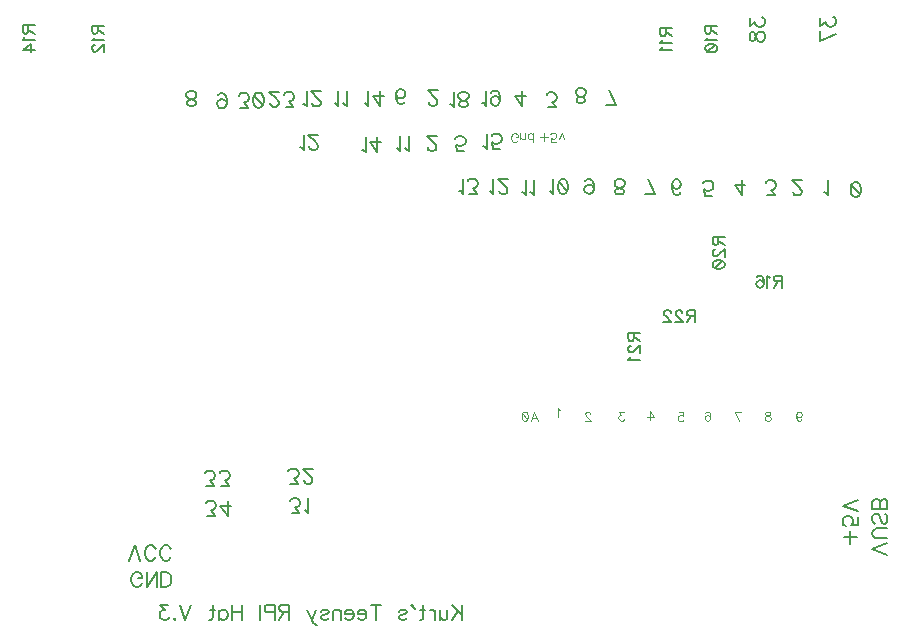
<source format=gbo>
G04 DipTrace 3.0.0.2*
G04 TeensyArbotixProRPIT3.6.gbo*
%MOIN*%
G04 #@! TF.FileFunction,Legend,Bot*
G04 #@! TF.Part,Single*
G04 #@! TA.AperFunction,Conductor*
%ADD20C,0.007*%
%ADD122C,0.006176*%
%ADD123C,0.00772*%
%ADD124C,0.004632*%
%FSLAX26Y26*%
G04*
G70*
G90*
G75*
G01*
G04 BotSilk*
%LPD*%
X3046000Y2412644D2*
D122*
Y2395445D1*
X3044055Y2389697D1*
X3042153Y2387751D1*
X3038351Y2385850D1*
X3034504D1*
X3030702Y2387751D1*
X3028756Y2389697D1*
X3026855Y2395445D1*
Y2412645D1*
X3067047Y2412644D1*
X3046000Y2399247D2*
X3067047Y2385850D1*
X3034548Y2373498D2*
X3032603Y2369652D1*
X3026899Y2363904D1*
X3067047D1*
X3026899Y2340056D2*
X3028800Y2345804D1*
X3034548Y2349651D1*
X3044099Y2351552D1*
X3049847D1*
X3059398Y2349651D1*
X3065146Y2345804D1*
X3067047Y2340056D1*
Y2336254D1*
X3065146Y2330506D1*
X3059398Y2326703D1*
X3049847Y2324758D1*
X3044099D1*
X3034548Y2326703D1*
X3028800Y2330506D1*
X3026899Y2336254D1*
Y2340056D1*
X3034548Y2326703D2*
X3059398Y2349651D1*
X2896000Y2404045D2*
Y2386845D1*
X2894055Y2381097D1*
X2892153Y2379151D1*
X2888351Y2377250D1*
X2884504D1*
X2880702Y2379151D1*
X2878756Y2381097D1*
X2876855Y2386845D1*
Y2404045D1*
X2917047D1*
X2896000Y2390647D2*
X2917047Y2377250D1*
X2884548Y2364899D2*
X2882603Y2361052D1*
X2876899Y2355304D1*
X2917047D1*
X2884548Y2342952D2*
X2882603Y2339106D1*
X2876899Y2333358D1*
X2917047D1*
X1002201Y2412644D2*
Y2395445D1*
X1000255Y2389697D1*
X998354Y2387751D1*
X994551Y2385850D1*
X990705D1*
X986902Y2387751D1*
X984957Y2389697D1*
X983055Y2395445D1*
Y2412645D1*
X1023247Y2412644D1*
X1002201Y2399247D2*
X1023247Y2385850D1*
X990749Y2373498D2*
X988803Y2369652D1*
X983100Y2363904D1*
X1023247D1*
X992650Y2349607D2*
X990749D1*
X986902Y2347706D1*
X985001Y2345804D1*
X983100Y2341958D1*
Y2334308D1*
X985001Y2330506D1*
X986902Y2328604D1*
X990749Y2326659D1*
X994551D1*
X998398Y2328604D1*
X1004102Y2332407D1*
X1023247Y2351552D1*
Y2324758D1*
X771000Y2413595D2*
Y2396395D1*
X769055Y2390647D1*
X767153Y2388702D1*
X763351Y2386800D1*
X759504D1*
X755702Y2388702D1*
X753756Y2390647D1*
X751855Y2396395D1*
Y2413595D1*
X792047D1*
X771000Y2400198D2*
X792047Y2386800D1*
X759548Y2374449D2*
X757603Y2370602D1*
X751899Y2364854D1*
X792047D1*
Y2333358D2*
X751899D1*
X778650Y2352503D1*
X778649Y2323807D1*
X3282932Y1560398D2*
X3265732D1*
X3259984Y1562344D1*
X3258038Y1564245D1*
X3256137Y1568047D1*
Y1571894D1*
X3258038Y1575697D1*
X3259984Y1577642D1*
X3265732Y1579543D1*
X3282932D1*
Y1539351D1*
X3269534Y1560398D2*
X3256137Y1539351D1*
X3243785Y1571850D2*
X3239939Y1573795D1*
X3234191Y1579499D1*
Y1539351D1*
X3198891Y1573795D2*
X3200793Y1577598D1*
X3206541Y1579499D1*
X3210343D1*
X3216091Y1577598D1*
X3219938Y1571850D1*
X3221839Y1562299D1*
Y1552749D1*
X3219938Y1545100D1*
X3216091Y1541253D1*
X3210343Y1539351D1*
X3208442D1*
X3202738Y1541253D1*
X3198891Y1545100D1*
X3196990Y1550848D1*
Y1552749D1*
X3198891Y1558497D1*
X3202738Y1562299D1*
X3208442Y1564201D1*
X3210343D1*
X3216091Y1562299D1*
X3219938Y1558497D1*
X3221839Y1552749D1*
X3071000Y1708646D2*
Y1691446D1*
X3069055Y1685698D1*
X3067153Y1683753D1*
X3063351Y1681851D1*
X3059504D1*
X3055702Y1683753D1*
X3053756Y1685698D1*
X3051855Y1691446D1*
Y1708646D1*
X3092047D1*
X3071000Y1695249D2*
X3092047Y1681851D1*
X3061450Y1667554D2*
X3059548D1*
X3055702Y1665653D1*
X3053800Y1663752D1*
X3051899Y1659905D1*
Y1652256D1*
X3053800Y1648453D1*
X3055702Y1646552D1*
X3059548Y1644607D1*
X3063351D1*
X3067198Y1646552D1*
X3072902Y1650355D1*
X3092047Y1669500D1*
Y1642705D1*
X3051899Y1618858D2*
X3053800Y1624606D1*
X3059548Y1628453D1*
X3069099Y1630354D1*
X3074847D1*
X3084398Y1628453D1*
X3090146Y1624606D1*
X3092047Y1618858D1*
Y1615055D1*
X3090146Y1609307D1*
X3084398Y1605505D1*
X3074847Y1603559D1*
X3069099D1*
X3059548Y1605505D1*
X3053800Y1609307D1*
X3051899Y1615055D1*
Y1618858D1*
X3059548Y1605505D2*
X3084398Y1628453D1*
X2789008Y1387743D2*
Y1370543D1*
X2787063Y1364795D1*
X2785161Y1362850D1*
X2781359Y1360948D1*
X2777512D1*
X2773710Y1362850D1*
X2771764Y1364795D1*
X2769863Y1370543D1*
Y1387743D1*
X2810055D1*
X2789008Y1374346D2*
X2810055Y1360948D1*
X2779458Y1346651D2*
X2777556D1*
X2773710Y1344750D1*
X2771808Y1342849D1*
X2769907Y1339002D1*
Y1331353D1*
X2771808Y1327550D1*
X2773710Y1325649D1*
X2777556Y1323704D1*
X2781359D1*
X2785206Y1325649D1*
X2790909Y1329452D1*
X2810055Y1348597D1*
Y1321802D1*
X2777556Y1309451D2*
X2775611Y1305604D1*
X2769907Y1299856D1*
X2810055D1*
X2992504Y1446225D2*
X2975304D1*
X2969556Y1448170D1*
X2967611Y1450071D1*
X2965710Y1453874D1*
Y1457721D1*
X2967611Y1461523D1*
X2969556Y1463469D1*
X2975304Y1465370D1*
X2992504D1*
Y1425178D1*
X2979107Y1446225D2*
X2965710Y1425178D1*
X2951413Y1455775D2*
Y1457676D1*
X2949511Y1461523D1*
X2947610Y1463425D1*
X2943763Y1465326D1*
X2936114D1*
X2932312Y1463425D1*
X2930410Y1461523D1*
X2928465Y1457676D1*
Y1453874D1*
X2930410Y1450027D1*
X2934213Y1444323D1*
X2953358Y1425178D1*
X2926564D1*
X2912267Y1455775D2*
Y1457676D1*
X2910365Y1461523D1*
X2908464Y1463425D1*
X2904617Y1465326D1*
X2896968D1*
X2893165Y1463425D1*
X2891264Y1461523D1*
X2889319Y1457676D1*
Y1453874D1*
X2891264Y1450027D1*
X2895067Y1444323D1*
X2914212Y1425178D1*
X2887417D1*
X2215517Y483257D2*
D20*
Y433017D1*
X2182023Y483257D2*
X2215517Y449764D1*
X2203578Y461757D2*
X2182023Y433017D1*
X2168023Y466510D2*
Y442579D1*
X2165647Y435449D1*
X2160838Y433017D1*
X2153653D1*
X2148900Y435449D1*
X2141715Y442579D1*
Y466510D2*
Y433017D1*
X2127715Y466510D2*
Y433017D1*
Y452140D2*
X2125283Y459325D1*
X2120530Y464134D1*
X2115722Y466510D1*
X2108537D1*
X2087351Y483257D2*
Y442579D1*
X2084975Y435449D1*
X2080166Y433017D1*
X2075413D1*
X2094537Y466510D2*
X2077790D1*
X2049420Y483202D2*
X2061413Y468832D1*
X2047043Y480825D1*
X2049420Y483202D1*
X2006735Y459325D2*
X2009111Y464134D1*
X2016296Y466510D1*
X2023482D1*
X2030667Y464134D1*
X2033043Y459325D1*
X2030667Y454572D1*
X2025858Y452140D1*
X2013920Y449764D1*
X2009111Y447387D1*
X2006735Y442579D1*
Y440202D1*
X2009111Y435449D1*
X2016296Y433017D1*
X2023482D1*
X2030667Y435449D1*
X2033043Y440202D1*
X1928826Y483257D2*
Y433017D1*
X1945573Y483257D2*
X1912080D1*
X1898080Y452140D2*
X1869395D1*
Y456949D1*
X1871772Y461757D1*
X1874148Y464134D1*
X1878957Y466510D1*
X1886142D1*
X1890895Y464134D1*
X1895703Y459325D1*
X1898080Y452140D1*
Y447387D1*
X1895703Y440202D1*
X1890895Y435449D1*
X1886142Y433017D1*
X1878957D1*
X1874148Y435449D1*
X1869395Y440202D1*
X1855395Y452140D2*
X1826710D1*
Y456949D1*
X1829087Y461757D1*
X1831463Y464134D1*
X1836272Y466510D1*
X1843457D1*
X1848210Y464134D1*
X1853018Y459325D1*
X1855395Y452140D1*
Y447387D1*
X1853018Y440202D1*
X1848210Y435449D1*
X1843457Y433017D1*
X1836272D1*
X1831463Y435449D1*
X1826710Y440202D1*
X1812710Y466510D2*
Y433017D1*
Y456949D2*
X1805525Y464134D1*
X1800717Y466510D1*
X1793587D1*
X1788778Y464134D1*
X1786402Y456949D1*
Y433017D1*
X1746093Y459325D2*
X1748470Y464134D1*
X1755655Y466510D1*
X1762840D1*
X1770025Y464134D1*
X1772402Y459325D1*
X1770025Y454572D1*
X1765217Y452140D1*
X1753278Y449764D1*
X1748470Y447387D1*
X1746093Y442579D1*
Y440202D1*
X1748470Y435449D1*
X1755655Y433017D1*
X1762840D1*
X1770025Y435449D1*
X1772402Y440202D1*
X1729662Y466510D2*
X1715347Y433017D1*
X1720100Y423455D1*
X1724908Y418647D1*
X1729662Y416270D1*
X1732093D1*
X1700977Y466510D2*
X1715347Y433017D1*
X1639815Y459325D2*
X1618315D1*
X1611130Y461757D1*
X1608698Y464134D1*
X1606322Y468887D1*
Y473695D1*
X1608698Y478449D1*
X1611130Y480880D1*
X1618315Y483257D1*
X1639815D1*
Y433017D1*
X1623068Y459325D2*
X1606322Y433017D1*
X1592322Y456949D2*
X1570767D1*
X1563637Y459325D1*
X1561205Y461757D1*
X1558828Y466510D1*
Y473695D1*
X1561205Y478449D1*
X1563637Y480880D1*
X1570767Y483257D1*
X1592322D1*
Y433017D1*
X1544828Y483257D2*
Y433017D1*
X1483667Y483257D2*
Y433017D1*
X1450173Y483257D2*
Y433017D1*
X1483667Y459325D2*
X1450173D1*
X1407488Y466510D2*
Y433017D1*
Y459325D2*
X1412242Y464134D1*
X1417050Y466510D1*
X1424180D1*
X1428988Y464134D1*
X1433741Y459325D1*
X1436173Y452140D1*
Y447387D1*
X1433741Y440202D1*
X1428988Y435449D1*
X1424180Y433017D1*
X1417050D1*
X1412242Y435449D1*
X1407488Y440202D1*
X1386303Y483257D2*
Y442579D1*
X1383927Y435449D1*
X1379118Y433017D1*
X1374365D1*
X1393488Y466510D2*
X1376742D1*
X1313203Y483257D2*
X1294080Y433017D1*
X1274957Y483257D1*
X1258580Y437825D2*
X1260957Y435394D1*
X1258580Y433017D1*
X1256148Y435394D1*
X1258580Y437825D1*
X1237340Y483202D2*
X1211087D1*
X1225402Y464078D1*
X1218217D1*
X1213464Y461702D1*
X1211087Y459325D1*
X1208655Y452140D1*
Y447387D1*
X1211087Y440202D1*
X1215840Y435394D1*
X1223025Y433017D1*
X1230210D1*
X1237340Y435394D1*
X1239717Y437825D1*
X1242148Y442579D1*
X2543520Y1131960D2*
D124*
X2540635Y1133419D1*
X2536324Y1137697D1*
Y1107587D1*
X2643961Y1119034D2*
Y1120460D1*
X2642535Y1123345D1*
X2641109Y1124771D1*
X2638224Y1126197D1*
X2632487D1*
X2629635Y1124771D1*
X2628209Y1123345D1*
X2626750Y1120460D1*
Y1117608D1*
X2628209Y1114723D1*
X2631061Y1110446D1*
X2645420Y1096087D1*
X2625324D1*
X2755035Y1126197D2*
X2739283D1*
X2747872Y1114723D1*
X2743561D1*
X2740709Y1113297D1*
X2739283Y1111871D1*
X2737824Y1107560D1*
Y1104709D1*
X2739283Y1100398D1*
X2742135Y1097512D1*
X2746446Y1096087D1*
X2750757D1*
X2755035Y1097512D1*
X2756461Y1098972D1*
X2757920Y1101823D1*
X3026938Y1121919D2*
X3028364Y1124771D1*
X3032675Y1126197D1*
X3035526D1*
X3039838Y1124771D1*
X3042723Y1120460D1*
X3044149Y1113297D1*
Y1106135D1*
X3042723Y1100398D1*
X3039838Y1097512D1*
X3035526Y1096087D1*
X3034101D1*
X3029823Y1097512D1*
X3026938Y1100398D1*
X3025512Y1104709D1*
Y1106135D1*
X3026938Y1110446D1*
X3029823Y1113297D1*
X3034101Y1114723D1*
X3035526D1*
X3039838Y1113297D1*
X3042723Y1110446D1*
X3044149Y1106135D1*
X3139871Y1096087D2*
X3125512Y1126197D1*
X3145608D1*
X3238412D2*
X3242689Y1124771D1*
X3244149Y1121919D1*
Y1119034D1*
X3242689Y1116183D1*
X3239838Y1114723D1*
X3234101Y1113297D1*
X3229789Y1111871D1*
X3226938Y1108986D1*
X3225512Y1106135D1*
Y1101823D1*
X3226938Y1098972D1*
X3228364Y1097512D1*
X3232675Y1096087D1*
X3238412D1*
X3242689Y1097512D1*
X3244149Y1098972D1*
X3245574Y1101823D1*
Y1106135D1*
X3244149Y1108986D1*
X3241263Y1111871D1*
X3236986Y1113297D1*
X3231249Y1114723D1*
X3228364Y1116183D1*
X3226938Y1119034D1*
Y1121919D1*
X3228364Y1124771D1*
X3232675Y1126197D1*
X3238412D1*
X3330512Y1116183D2*
X3331971Y1111871D1*
X3334823Y1108986D1*
X3339134Y1107560D1*
X3340560D1*
X3344871Y1108986D1*
X3347723Y1111871D1*
X3349182Y1116183D1*
Y1117608D1*
X3347723Y1121919D1*
X3344871Y1124771D1*
X3340560Y1126197D1*
X3339134D1*
X3334823Y1124771D1*
X3331971Y1121919D1*
X3330512Y1116183D1*
Y1108986D1*
X3331971Y1101823D1*
X3334823Y1097512D1*
X3339134Y1096087D1*
X3341986D1*
X3346297Y1097512D1*
X3347723Y1100398D1*
X2445184Y1096087D2*
X2456691Y1126231D1*
X2468165Y1096087D1*
X2463854Y1106135D2*
X2449495D1*
X2427298Y1126197D2*
X2431609Y1124771D1*
X2434494Y1120460D1*
X2435920Y1113297D1*
Y1108986D1*
X2434494Y1101823D1*
X2431609Y1097512D1*
X2427298Y1096087D1*
X2424446D1*
X2420135Y1097512D1*
X2417283Y1101823D1*
X2415824Y1108986D1*
Y1113297D1*
X2417283Y1120460D1*
X2420135Y1124771D1*
X2424446Y1126197D1*
X2427298D1*
X2417283Y1120460D2*
X2434494Y1101823D1*
X2841732Y1099453D2*
Y1129563D1*
X2856091Y1109501D1*
X2834569D1*
X2938828Y1124838D2*
X2953154D1*
X2954580Y1111938D1*
X2953154Y1113364D1*
X2948843Y1114823D1*
X2944565D1*
X2940254Y1113364D1*
X2937369Y1110512D1*
X2935943Y1106201D1*
Y1103349D1*
X2937369Y1099038D1*
X2940254Y1096153D1*
X2944565Y1094727D1*
X2948843D1*
X2953154Y1096153D1*
X2954580Y1097612D1*
X2956039Y1100464D1*
X3424359Y1857487D2*
D123*
X3429168Y1855055D1*
X3436353Y1847925D1*
Y1898110D1*
X3319516Y1859572D2*
Y1857195D1*
X3321892Y1852387D1*
X3324269Y1850010D1*
X3329077Y1847634D1*
X3338639D1*
X3343392Y1850010D1*
X3345769Y1852387D1*
X3348201Y1857195D1*
Y1861948D1*
X3345769Y1866757D1*
X3341016Y1873887D1*
X3317084Y1897818D1*
X3350577D1*
X3233828Y1847634D2*
X3260081D1*
X3245766Y1866757D1*
X3252951D1*
X3257705Y1869133D1*
X3260081Y1871510D1*
X3262513Y1878695D1*
Y1883448D1*
X3260081Y1890633D1*
X3255328Y1895442D1*
X3248143Y1897818D1*
X3240958D1*
X3233828Y1895442D1*
X3231452Y1893010D1*
X3229020Y1888257D1*
X2944529Y1857346D2*
X2942152Y1852593D1*
X2934967Y1850216D1*
X2930214D1*
X2923029Y1852593D1*
X2918220Y1859778D1*
X2915844Y1871716D1*
Y1883654D1*
X2918221Y1893216D1*
X2923029Y1898024D1*
X2930214Y1900401D1*
X2932591D1*
X2939720Y1898024D1*
X2944529Y1893216D1*
X2946905Y1886031D1*
Y1883654D1*
X2944529Y1876469D1*
X2939720Y1871716D1*
X2932591Y1869340D1*
X2930214D1*
X2923029Y1871716D1*
X2918221Y1876469D1*
X2915844Y1883654D1*
X2835028Y1902551D2*
X2858959Y1852366D1*
X2825466D1*
X2737253Y1851075D2*
X2730124Y1853451D1*
X2727692Y1858204D1*
Y1863013D1*
X2730124Y1867766D1*
X2734877Y1870198D1*
X2744438Y1872574D1*
X2751623Y1874951D1*
X2756377Y1879759D1*
X2758753Y1884513D1*
Y1891698D1*
X2756377Y1896451D1*
X2754000Y1898883D1*
X2746815Y1901259D1*
X2737253D1*
X2730124Y1898883D1*
X2727692Y1896451D1*
X2725315Y1891698D1*
Y1884513D1*
X2727692Y1879759D1*
X2732500Y1874951D1*
X2739630Y1872574D1*
X2749192Y1870198D1*
X2754000Y1867766D1*
X2756377Y1863013D1*
Y1858204D1*
X2754000Y1853451D1*
X2746815Y1851075D1*
X2737253D1*
X2655471Y1869057D2*
X2653039Y1876242D1*
X2648286Y1881051D1*
X2641101Y1883427D1*
X2638724D1*
X2631539Y1881051D1*
X2626786Y1876242D1*
X2624354Y1869057D1*
Y1866681D1*
X2626786Y1859496D1*
X2631539Y1854743D1*
X2638724Y1852366D1*
X2641101D1*
X2648286Y1854742D1*
X2653039Y1859496D1*
X2655471Y1869057D1*
Y1881051D1*
X2653039Y1892989D1*
X2648286Y1900174D1*
X2641101Y1902551D1*
X2636348D1*
X2629163Y1900174D1*
X2626786Y1895366D1*
X3149134Y1897312D2*
Y1847127D1*
X3125202Y1880565D1*
X3161072D1*
X3049067Y1846274D2*
X3025190D1*
X3022814Y1867774D1*
X3025190Y1865397D1*
X3032375Y1862965D1*
X3039505D1*
X3046690Y1865397D1*
X3051499Y1870150D1*
X3053875Y1877335D1*
Y1882089D1*
X3051499Y1889274D1*
X3046690Y1894082D1*
X3039505Y1896459D1*
X3032375D1*
X3025190Y1894082D1*
X3022814Y1891650D1*
X3020382Y1886897D1*
X3526358Y1841235D2*
X3519173Y1843611D1*
X3514365Y1850796D1*
X3511988Y1862735D1*
Y1869920D1*
X3514365Y1881858D1*
X3519173Y1889043D1*
X3526358Y1891419D1*
X3531111D1*
X3538296Y1889043D1*
X3543050Y1881858D1*
X3545481Y1869920D1*
Y1862734D1*
X3543050Y1850796D1*
X3538296Y1843611D1*
X3531111Y1841235D1*
X3526358D1*
X3543050Y1850796D2*
X3514365Y1881858D1*
X2508399Y1861080D2*
X2513208Y1858648D1*
X2520393Y1851518D1*
Y1901703D1*
X2550202Y1851518D2*
X2543017Y1853895D1*
X2538209Y1861080D1*
X2535832Y1873018D1*
Y1880203D1*
X2538209Y1892141D1*
X2543017Y1899326D1*
X2550202Y1901703D1*
X2554955D1*
X2562140Y1899326D1*
X2566893Y1892141D1*
X2569325Y1880203D1*
Y1873018D1*
X2566893Y1861080D1*
X2562140Y1853895D1*
X2554955Y1851518D1*
X2550202D1*
X2566893Y1861080D2*
X2538209Y1892141D1*
X2416826Y1857514D2*
X2421634Y1855082D1*
X2428819Y1847953D1*
Y1898137D1*
X2444258Y1857514D2*
X2449067Y1855082D1*
X2456252Y1847952D1*
Y1898137D1*
X2309469Y1860823D2*
X2314277Y1858391D1*
X2321462Y1851261D1*
Y1901446D1*
X2339333Y1863199D2*
Y1860823D1*
X2341710Y1856014D1*
X2344087Y1853638D1*
X2348895Y1851261D1*
X2358457D1*
X2363210Y1853637D1*
X2365586Y1856014D1*
X2368018Y1860823D1*
Y1865576D1*
X2365586Y1870384D1*
X2360833Y1877514D1*
X2336902Y1901446D1*
X2370395D1*
X2207529Y1862680D2*
X2212338Y1860248D1*
X2219523Y1853118D1*
Y1903303D1*
X2239770Y1853118D2*
X2266023D1*
X2251709Y1872241D1*
X2258894D1*
X2263647Y1874618D1*
X2266023Y1876994D1*
X2268455Y1884179D1*
Y1888933D1*
X2266023Y1896118D1*
X2261270Y1900926D1*
X2254085Y1903303D1*
X2246900D1*
X2239770Y1900926D1*
X2237394Y1898494D1*
X2234962Y1893741D1*
X2025500Y2158469D2*
X2023123Y2153716D1*
X2015938Y2151340D1*
X2011185D1*
X2004000Y2153716D1*
X1999192Y2160901D1*
X1996815Y2172840D1*
Y2184778D1*
X1999192Y2194339D1*
X2004000Y2199148D1*
X2011185Y2201524D1*
X2013562D1*
X2020691Y2199148D1*
X2025500Y2194339D1*
X2027876Y2187154D1*
Y2184778D1*
X2025500Y2177593D1*
X2020691Y2172840D1*
X2013562Y2170463D1*
X2011185D1*
X2004000Y2172840D1*
X1999192Y2177593D1*
X1996815Y2184778D1*
X1891966Y2154459D2*
X1896775Y2152027D1*
X1903960Y2144897D1*
Y2195082D1*
X1943331D2*
Y2144897D1*
X1919399Y2178336D1*
X1955269Y2178335D1*
X1792242Y2154232D2*
X1797050Y2151800D1*
X1804235Y2144670D1*
Y2194855D1*
X1819674Y2154232D2*
X1824483Y2151800D1*
X1831668Y2144670D1*
Y2194855D1*
X1686601Y2153396D2*
X1691410Y2150964D1*
X1698595Y2143834D1*
Y2194019D1*
X1716466Y2155773D2*
Y2153396D1*
X1718843Y2148588D1*
X1721219Y2146211D1*
X1726028Y2143834D1*
X1735589D1*
X1740342Y2146211D1*
X1742719Y2148588D1*
X1745151Y2153396D1*
Y2158149D1*
X1742719Y2162958D1*
X1737966Y2170087D1*
X1714034Y2194019D1*
X1747527D1*
X2105327Y2158706D2*
Y2156329D1*
X2107703Y2151521D1*
X2110080Y2149144D1*
X2114888Y2146767D1*
X2124450D1*
X2129203Y2149144D1*
X2131580Y2151521D1*
X2134012Y2156329D1*
Y2161082D1*
X2131580Y2165891D1*
X2126827Y2173021D1*
X2102895Y2196952D1*
X2136388D1*
X1577022Y2154816D2*
Y2152439D1*
X1579398Y2147631D1*
X1581775Y2145254D1*
X1586583Y2142878D1*
X1596145D1*
X1600898Y2145254D1*
X1603275Y2147631D1*
X1605706Y2152439D1*
Y2157193D1*
X1603275Y2162001D1*
X1598521Y2169131D1*
X1574590Y2193062D1*
X1608083D1*
X1628331Y2142878D2*
X1654584D1*
X1640269Y2162001D1*
X1647454D1*
X1652207Y2164378D1*
X1654584Y2166754D1*
X1657016Y2173939D1*
Y2178692D1*
X1654584Y2185877D1*
X1649831Y2190686D1*
X1642646Y2193062D1*
X1635461D1*
X1628331Y2190686D1*
X1625954Y2188254D1*
X1623522Y2183501D1*
X1477224Y2139312D2*
X1503477D1*
X1489162Y2158435D1*
X1496347D1*
X1501100Y2160812D1*
X1503477Y2163189D1*
X1505909Y2170374D1*
Y2175127D1*
X1503477Y2182312D1*
X1498724Y2187120D1*
X1491539Y2189497D1*
X1484353D1*
X1477224Y2187120D1*
X1474847Y2184688D1*
X1472415Y2179935D1*
X1535718Y2139312D2*
X1528533Y2141689D1*
X1523724Y2148874D1*
X1521348Y2160812D1*
Y2167997D1*
X1523724Y2179935D1*
X1528533Y2187120D1*
X1535718Y2189497D1*
X1540471D1*
X1547656Y2187120D1*
X1552409Y2179935D1*
X1554841Y2167997D1*
Y2160812D1*
X1552409Y2148874D1*
X1547656Y2141689D1*
X1540471Y2139312D1*
X1535718D1*
X1552409Y2148874D2*
X1523724Y2179935D1*
X1648465Y789006D2*
X1674718D1*
X1660403Y808130D1*
X1667588D1*
X1672341Y810506D1*
X1674718Y812883D1*
X1677150Y820068D1*
Y824821D1*
X1674718Y832006D1*
X1669965Y836815D1*
X1662780Y839191D1*
X1655595D1*
X1648465Y836814D1*
X1646088Y834383D1*
X1643657Y829629D1*
X1692589Y798568D2*
X1697397Y796136D1*
X1704583Y789006D1*
Y839191D1*
X1642897Y886449D2*
X1669150D1*
X1654835Y905572D1*
X1662020D1*
X1666773Y907948D1*
X1669150Y910325D1*
X1671582Y917510D1*
Y922263D1*
X1669150Y929448D1*
X1664397Y934257D1*
X1657212Y936633D1*
X1650027D1*
X1642897Y934257D1*
X1640520Y931825D1*
X1638088Y927072D1*
X1689453Y898387D2*
Y896010D1*
X1691829Y891202D1*
X1694206Y888825D1*
X1699014Y886449D1*
X1708576D1*
X1713329Y888825D1*
X1715706Y891202D1*
X1718138Y896010D1*
Y900763D1*
X1715706Y905572D1*
X1710953Y912702D1*
X1687021Y936633D1*
X1720514D1*
X2102276Y2007258D2*
Y2004882D1*
X2104652Y2000073D1*
X2107029Y1997697D1*
X2111837Y1995320D1*
X2121399D1*
X2126152Y1997697D1*
X2128529Y2000073D1*
X2130961Y2004882D1*
Y2009635D1*
X2128529Y2014443D1*
X2123775Y2021573D1*
X2099844Y2045505D1*
X2133337D1*
X1998811Y2003750D2*
X2003620Y2001319D1*
X2010805Y1994189D1*
Y2044374D1*
X2026244Y2003750D2*
X2031052Y2001318D1*
X2038237Y1994189D1*
Y2044373D1*
X2177357Y2151160D2*
X2182166Y2148728D1*
X2189351Y2141598D1*
Y2191783D1*
X2216728Y2141598D2*
X2209599Y2143975D1*
X2207167Y2148728D1*
Y2153536D1*
X2209599Y2158290D1*
X2214352Y2160721D1*
X2223913Y2163098D1*
X2231098Y2165475D1*
X2235852Y2170283D1*
X2238228Y2175036D1*
Y2182221D1*
X2235852Y2186974D1*
X2233475Y2189406D1*
X2226290Y2191783D1*
X2216728D1*
X2209599Y2189406D1*
X2207167Y2186975D1*
X2204790Y2182221D1*
Y2175036D1*
X2207167Y2170283D1*
X2211975Y2165475D1*
X2219105Y2163098D1*
X2228667Y2160721D1*
X2233475Y2158290D1*
X2235852Y2153536D1*
Y2148728D1*
X2233475Y2143975D1*
X2226290Y2141598D1*
X2216728D1*
X2284449Y2156071D2*
X2289258Y2153639D1*
X2296443Y2146509D1*
Y2196694D1*
X2342999Y2163200D2*
X2340567Y2170385D1*
X2335814Y2175194D1*
X2328628Y2177570D1*
X2326252D1*
X2319067Y2175194D1*
X2314314Y2170385D1*
X2311882Y2163200D1*
Y2160824D1*
X2314314Y2153639D1*
X2319067Y2148886D1*
X2326252Y2146509D1*
X2328628D1*
X2335813Y2148886D1*
X2340567Y2153639D1*
X2342999Y2163200D1*
Y2175194D1*
X2340567Y2187132D1*
X2335814Y2194317D1*
X2328629Y2196694D1*
X2323875D1*
X2316690Y2194317D1*
X2314314Y2189509D1*
X2287529Y2012557D2*
X2292338Y2010126D1*
X2299523Y2002996D1*
Y2053181D1*
X2343647Y2002996D2*
X2319770D1*
X2317394Y2024496D1*
X2319770Y2022119D1*
X2326955Y2019687D1*
X2334085D1*
X2341270Y2022119D1*
X2346079Y2026872D1*
X2348455Y2034057D1*
Y2038810D1*
X2346079Y2045996D1*
X2341270Y2050804D1*
X2334085Y2053181D1*
X2326955D1*
X2319770Y2050804D1*
X2317394Y2048372D1*
X2314962Y2043619D1*
X2402155Y2031695D2*
D124*
X2400729Y2028843D1*
X2397844Y2025958D1*
X2394992Y2024532D1*
X2389255D1*
X2386370Y2025958D1*
X2383518Y2028843D1*
X2382059Y2031695D1*
X2380633Y2036006D1*
Y2043202D1*
X2382059Y2047480D1*
X2383518Y2050365D1*
X2386370Y2053217D1*
X2389255Y2054676D1*
X2394992D1*
X2397844Y2053217D1*
X2400729Y2050365D1*
X2402155Y2047480D1*
Y2043202D1*
X2394992D1*
X2411418Y2034580D2*
Y2054676D1*
Y2040317D2*
X2415729Y2036006D1*
X2418614Y2034580D1*
X2422892D1*
X2425777Y2036006D1*
X2427203Y2040317D1*
Y2054676D1*
X2453678Y2024532D2*
Y2054676D1*
Y2038891D2*
X2450826Y2036006D1*
X2447941Y2034580D1*
X2443630D1*
X2440778Y2036006D1*
X2437893Y2038891D1*
X2436467Y2043202D1*
Y2046054D1*
X2437893Y2050365D1*
X2440778Y2053217D1*
X2443630Y2054676D1*
X2447941D1*
X2450826Y2053217D1*
X2453678Y2050365D1*
X2489038Y2028400D2*
Y2054233D1*
X2476138Y2041333D2*
X2501971D1*
X2528445Y2026261D2*
X2514120D1*
X2512694Y2039161D1*
X2514120Y2037735D1*
X2518431Y2036276D1*
X2522708D1*
X2527019Y2037735D1*
X2529905Y2040587D1*
X2531331Y2044898D1*
Y2047750D1*
X2529905Y2052061D1*
X2527020Y2054946D1*
X2522709Y2056372D1*
X2518431D1*
X2514120Y2054946D1*
X2512694Y2053487D1*
X2511235Y2050635D1*
X2540594Y2036276D2*
X2549216Y2056372D1*
X2557805Y2036276D1*
X2223391Y1995223D2*
D123*
X2199514D1*
X2197138Y2016723D1*
X2199514Y2014346D1*
X2206699Y2011914D1*
X2213829D1*
X2221014Y2014346D1*
X2225823Y2019099D1*
X2228199Y2026284D1*
Y2031037D1*
X2225823Y2038223D1*
X2221014Y2043031D1*
X2213829Y2045408D1*
X2206700D1*
X2199515Y2043031D1*
X2197138Y2040599D1*
X2194706Y2035846D1*
X1883126Y1999989D2*
X1887935Y1997557D1*
X1895120Y1990428D1*
Y2040612D1*
X1934491D2*
Y1990428D1*
X1910559Y2023866D1*
X1946429D1*
X1677003Y2007979D2*
X1681811Y2005547D1*
X1688996Y1998417D1*
X1688997Y2048602D1*
X1706868Y2010355D2*
Y2007979D1*
X1709244Y2003170D1*
X1711621Y2000794D1*
X1716429Y1998417D1*
X1725991D1*
X1730744Y2000794D1*
X1733121Y2003170D1*
X1735552Y2007979D1*
Y2012732D1*
X1733121Y2017540D1*
X1728367Y2024670D1*
X1704436Y2048602D1*
X1737929D1*
X1431941Y2154122D2*
X1429509Y2161307D1*
X1424756Y2166115D1*
X1417571Y2168492D1*
X1415194D1*
X1408009Y2166115D1*
X1403256Y2161307D1*
X1400824Y2154122D1*
Y2151745D1*
X1403256Y2144560D1*
X1408009Y2139807D1*
X1415194Y2137430D1*
X1417571D1*
X1424756Y2139807D1*
X1429509Y2144560D1*
X1431941Y2154122D1*
Y2166115D1*
X1429509Y2178053D1*
X1424756Y2185238D1*
X1417571Y2187615D1*
X1412818D1*
X1405633Y2185238D1*
X1403256Y2180430D1*
X1309776Y2145420D2*
X1302646Y2147796D1*
X1300214Y2152550D1*
Y2157358D1*
X1302646Y2162111D1*
X1307399Y2164543D1*
X1316961Y2166920D1*
X1324146Y2169296D1*
X1328899Y2174105D1*
X1331275Y2178858D1*
Y2186043D1*
X1328899Y2190796D1*
X1326522Y2193228D1*
X1319337Y2195604D1*
X1309776D1*
X1302646Y2193228D1*
X1300214Y2190796D1*
X1297837Y2186043D1*
Y2178858D1*
X1300214Y2174105D1*
X1305022Y2169296D1*
X1312152Y2166920D1*
X1321714Y2164543D1*
X1326522Y2162111D1*
X1328899Y2157358D1*
Y2152549D1*
X1326522Y2147796D1*
X1319337Y2145420D1*
X1309776D1*
X2417369Y2196174D2*
Y2145989D1*
X2393437Y2179427D1*
X2429307D1*
X2503210Y2140533D2*
X2529463D1*
X2515148Y2159656D1*
X2522333D1*
X2527086Y2162032D1*
X2529463Y2164409D1*
X2531895Y2171594D1*
Y2176347D1*
X2529463Y2183532D1*
X2524710Y2188341D1*
X2517525Y2190717D1*
X2510340D1*
X2503210Y2188341D1*
X2500833Y2185909D1*
X2498402Y2181156D1*
X2608071Y2154720D2*
X2600941Y2157097D1*
X2598509Y2161850D1*
Y2166658D1*
X2600941Y2171412D1*
X2605694Y2173844D1*
X2615256Y2176220D1*
X2622441Y2178597D1*
X2627194Y2183405D1*
X2629571Y2188158D1*
Y2195343D1*
X2627194Y2200097D1*
X2624818Y2202528D1*
X2617633Y2204905D1*
X2608071D1*
X2600941Y2202528D1*
X2598509Y2200097D1*
X2596133Y2195343D1*
Y2188158D1*
X2598509Y2183405D1*
X2603318Y2178597D1*
X2610447Y2176220D1*
X2620009Y2173843D1*
X2624818Y2171412D1*
X2627194Y2166658D1*
Y2161850D1*
X2624818Y2157097D1*
X2617633Y2154720D1*
X2608071D1*
X2706589Y2198356D2*
X2730521Y2148172D1*
X2697028D1*
X1364411Y879791D2*
X1390664D1*
X1376350Y898914D1*
X1383535D1*
X1388288Y901291D1*
X1390664Y903668D1*
X1393096Y910853D1*
Y915606D1*
X1390664Y922791D1*
X1385911Y927599D1*
X1378726Y929976D1*
X1371541D1*
X1364411Y927599D1*
X1362035Y925167D1*
X1359603Y920414D1*
X1413344Y879791D2*
X1439597D1*
X1425282Y898914D1*
X1432467D1*
X1437220Y901291D1*
X1439597Y903668D1*
X1442029Y910853D1*
Y915606D1*
X1439597Y922791D1*
X1434844Y927599D1*
X1427659Y929976D1*
X1420474D1*
X1413344Y927599D1*
X1410967Y925167D1*
X1408535Y920414D1*
X1367352Y779833D2*
X1393605D1*
X1379291Y798956D1*
X1386476D1*
X1391229Y801333D1*
X1393605Y803710D1*
X1396037Y810895D1*
Y815648D1*
X1393605Y822833D1*
X1388852Y827641D1*
X1381667Y830018D1*
X1374482D1*
X1367352Y827641D1*
X1364976Y825209D1*
X1362544Y820456D1*
X1435408Y830018D2*
Y779833D1*
X1411476Y813271D1*
X1447346D1*
X1149763Y553879D2*
X1147387Y549126D1*
X1142578Y544317D1*
X1137825Y541941D1*
X1128264D1*
X1123455Y544317D1*
X1118702Y549126D1*
X1116270Y553879D1*
X1113893Y561064D1*
Y573057D1*
X1116270Y580187D1*
X1118702Y584996D1*
X1123455Y589749D1*
X1128264Y592181D1*
X1137825D1*
X1142578Y589749D1*
X1147387Y584996D1*
X1149763Y580187D1*
Y573057D1*
X1137825D1*
X1198696Y541941D2*
Y592181D1*
X1165203Y541941D1*
Y592181D1*
X1214135Y541941D2*
Y592181D1*
X1230882D1*
X1238067Y589749D1*
X1242875Y584996D1*
X1245252Y580187D1*
X1247628Y573057D1*
Y561064D1*
X1245252Y553879D1*
X1242875Y549126D1*
X1238067Y544317D1*
X1230882Y541941D1*
X1214135D1*
X1105791Y630053D2*
X1124915Y680293D1*
X1144038Y630053D1*
X1195347Y641992D2*
X1192970Y637238D1*
X1188162Y632430D1*
X1183409Y630053D1*
X1173847D1*
X1169039Y632430D1*
X1164285Y637238D1*
X1161854Y641992D1*
X1159477Y649177D1*
Y661170D1*
X1161854Y668300D1*
X1164285Y673108D1*
X1169039Y677862D1*
X1173847Y680293D1*
X1183409D1*
X1188162Y677862D1*
X1192970Y673108D1*
X1195347Y668300D1*
X1246656Y641992D2*
X1244279Y637238D1*
X1239471Y632430D1*
X1234718Y630053D1*
X1225156D1*
X1220348Y632430D1*
X1215595Y637238D1*
X1213163Y641992D1*
X1210786Y649177D1*
Y661170D1*
X1213163Y668300D1*
X1215595Y673108D1*
X1220348Y677862D1*
X1225156Y680293D1*
X1234718D1*
X1239471Y677862D1*
X1244279Y673108D1*
X1246656Y668300D1*
X3532378Y708060D2*
X3489323D1*
X3510823Y686560D2*
Y729615D1*
X3535943Y773739D2*
Y749863D1*
X3514443Y747486D1*
X3516820Y749863D1*
X3519251Y757048D1*
Y764178D1*
X3516820Y771363D1*
X3512066Y776171D1*
X3504881Y778548D1*
X3500128D1*
X3492943Y776171D1*
X3488135Y771363D1*
X3485758Y764178D1*
Y757048D1*
X3488135Y749863D1*
X3490567Y747486D1*
X3495320Y745054D1*
X3535998Y793987D2*
X3485758Y813110D1*
X3535998Y832233D1*
X3634687Y650149D2*
X3584447Y669272D1*
X3634687Y688395D1*
Y703834D2*
X3598817D1*
X3591632Y706211D1*
X3586879Y711019D1*
X3584447Y718204D1*
Y722958D1*
X3586879Y730143D1*
X3591632Y734951D1*
X3598817Y737328D1*
X3634687D1*
X3627502Y786260D2*
X3632311Y781507D1*
X3634687Y774322D1*
Y764760D1*
X3632311Y757575D1*
X3627502Y752767D1*
X3622749D1*
X3617940Y755199D1*
X3615564Y757575D1*
X3613187Y762329D1*
X3608379Y776699D1*
X3606002Y781507D1*
X3603570Y783884D1*
X3598817Y786260D1*
X3591632D1*
X3586879Y781507D1*
X3584447Y774322D1*
Y764760D1*
X3586879Y757575D1*
X3591632Y752767D1*
X3634687Y801699D2*
X3584447Y801700D1*
Y823255D1*
X3586879Y830440D1*
X3589256Y832816D1*
X3594009Y835193D1*
X3601194D1*
X3606002Y832816D1*
X3608379Y830440D1*
X3610755Y823255D1*
X3613187Y830440D1*
X3615564Y832816D1*
X3620317Y835193D1*
X3625126D1*
X3629879Y832816D1*
X3632311Y830440D1*
X3634687Y823255D1*
Y801699D1*
X3610755D2*
Y823255D1*
X3411333Y2438086D2*
Y2411833D1*
X3430456Y2426148D1*
Y2418963D1*
X3432833Y2414210D1*
X3435210Y2411833D1*
X3442395Y2409402D1*
X3447148D1*
X3454333Y2411833D1*
X3459141Y2416587D1*
X3461518Y2423772D1*
Y2430957D1*
X3459141Y2438086D1*
X3456709Y2440463D1*
X3451956Y2442895D1*
X3461518Y2384401D2*
X3411333Y2360469D1*
Y2393962D1*
X3175560Y2437585D2*
Y2411332D1*
X3194683Y2425647D1*
Y2418462D1*
X3197060Y2413709D1*
X3199437Y2411332D1*
X3206622Y2408900D1*
X3211375D1*
X3218560Y2411332D1*
X3223368Y2416085D1*
X3225745Y2423270D1*
Y2430455D1*
X3223368Y2437585D1*
X3220936Y2439962D1*
X3216183Y2442393D1*
X3175560Y2381523D2*
X3177937Y2388652D1*
X3182690Y2391084D1*
X3187498D1*
X3192252Y2388652D1*
X3194683Y2383899D1*
X3197060Y2374338D1*
X3199437Y2367153D1*
X3204245Y2362399D1*
X3208998Y2360023D1*
X3216183D1*
X3220936Y2362399D1*
X3223368Y2364776D1*
X3225745Y2371961D1*
Y2381523D1*
X3223368Y2388652D1*
X3220936Y2391084D1*
X3216183Y2393461D1*
X3208998D1*
X3204245Y2391084D1*
X3199437Y2386276D1*
X3197060Y2379146D1*
X3194683Y2369585D1*
X3192252Y2364776D1*
X3187498Y2362399D1*
X3182690D1*
X3177937Y2364776D1*
X3175560Y2371961D1*
Y2381523D1*
M02*

</source>
